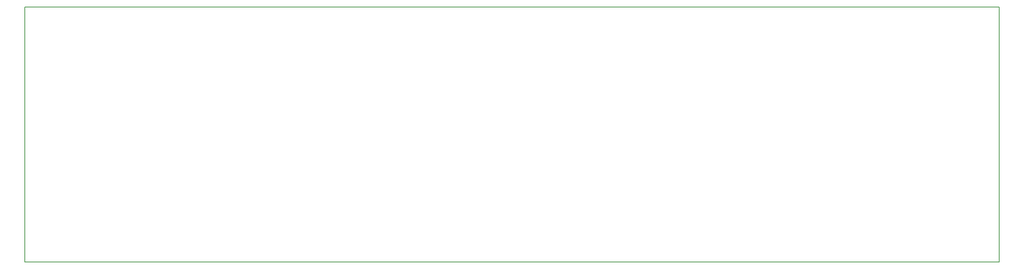
<source format=gm1>
G04 MADE WITH FRITZING*
G04 WWW.FRITZING.ORG*
G04 DOUBLE SIDED*
G04 HOLES PLATED*
G04 CONTOUR ON CENTER OF CONTOUR VECTOR*
%ASAXBY*%
%FSLAX23Y23*%
%MOIN*%
%OFA0B0*%
%SFA1.0B1.0*%
%ADD10R,8.779540X2.307090*%
%ADD11C,0.008000*%
%ADD10C,0.008*%
%LNCONTOUR*%
G90*
G70*
G54D10*
G54D11*
X4Y2303D02*
X8776Y2303D01*
X8776Y4D01*
X4Y4D01*
X4Y2303D01*
D02*
G04 End of contour*
M02*
</source>
